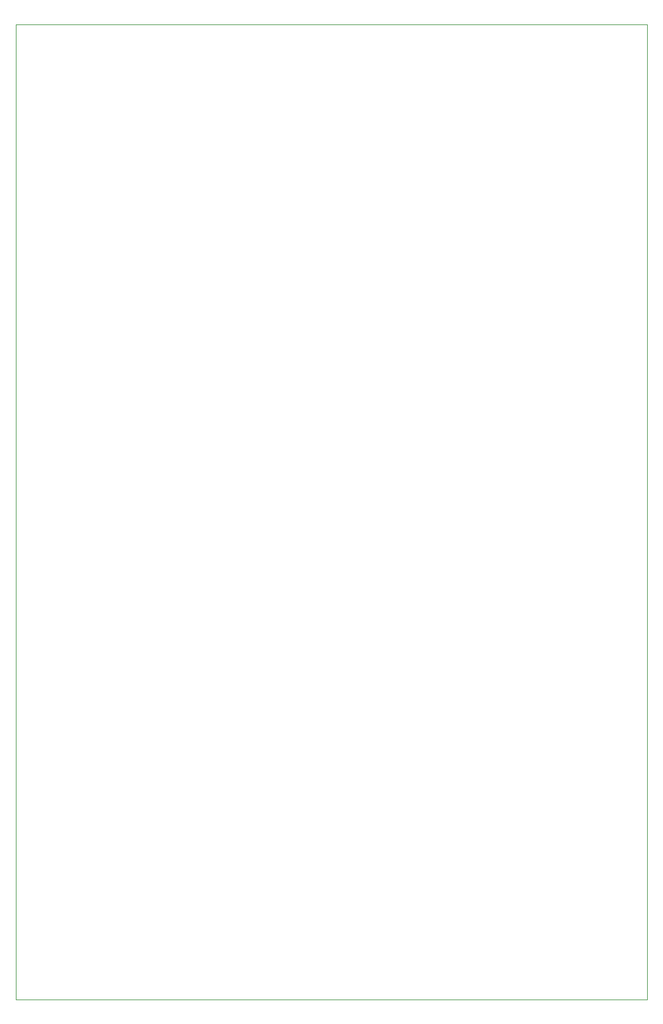
<source format=gbr>
G04 (created by PCBNEW (2013-07-07 BZR 4022)-stable) date 22/05/2015 13:43:49*
%MOIN*%
G04 Gerber Fmt 3.4, Leading zero omitted, Abs format*
%FSLAX34Y34*%
G01*
G70*
G90*
G04 APERTURE LIST*
%ADD10C,0.00590551*%
%ADD11C,0.00393701*%
G04 APERTURE END LIST*
G54D10*
G54D11*
X139763Y-86614D02*
X105314Y-86614D01*
X105314Y-33464D02*
X139763Y-33464D01*
X139763Y-33464D02*
X139763Y-86614D01*
X105314Y-86614D02*
X105314Y-33464D01*
M02*

</source>
